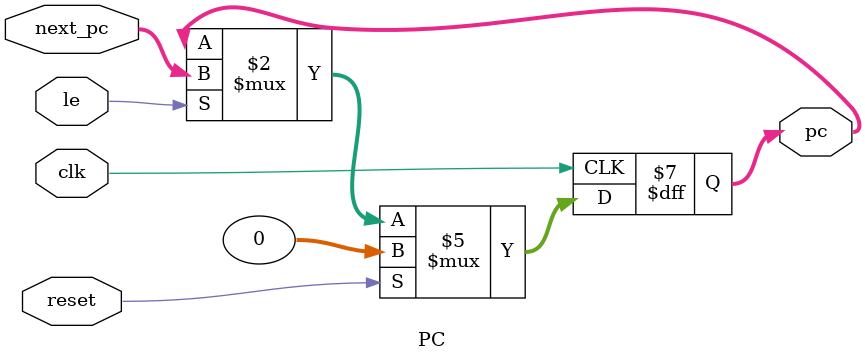
<source format=v>

module PC (

  input  wire        clk,

  input  wire        reset,   // sincrónico

  input  wire        le,      // load enable

  input  wire [31:0] next_pc,

  output reg  [31:0] pc

);

  always @(posedge clk) begin

    if (reset) pc <= 32'd0;

    else if (le) pc <= next_pc;

  end

endmodule


</source>
